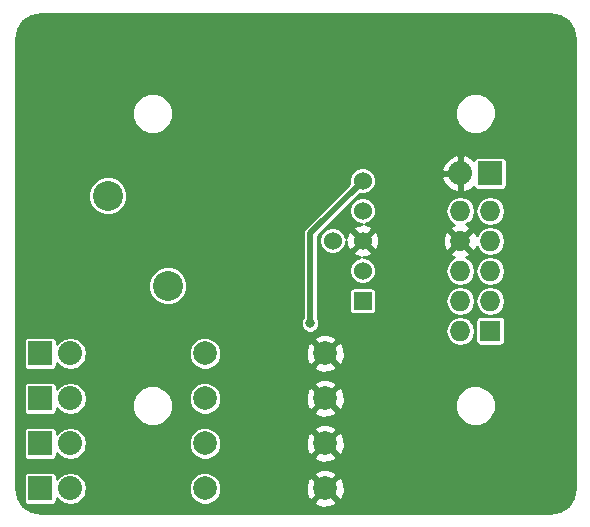
<source format=gbl>
G04 #@! TF.FileFunction,Copper,L2,Bot,Signal*
%FSLAX46Y46*%
G04 Gerber Fmt 4.6, Leading zero omitted, Abs format (unit mm)*
G04 Created by KiCad (PCBNEW 4.0.1-stable) date 3/24/2016 2:30:21 AM*
%MOMM*%
G01*
G04 APERTURE LIST*
%ADD10C,0.200000*%
%ADD11C,1.524000*%
%ADD12R,1.524000X1.524000*%
%ADD13C,2.540000*%
%ADD14R,2.032000X2.032000*%
%ADD15O,2.032000X2.032000*%
%ADD16R,1.727200X1.727200*%
%ADD17O,1.727200X1.727200*%
%ADD18C,1.727200*%
%ADD19C,1.998980*%
%ADD20C,0.800000*%
%ADD21C,0.508000*%
%ADD22C,0.254000*%
G04 APERTURE END LIST*
D10*
D11*
X154305000Y-95885000D03*
D12*
X156845000Y-100965000D03*
D11*
X156845000Y-98425000D03*
X156845000Y-95885000D03*
X156845000Y-93345000D03*
X156845000Y-90805000D03*
D13*
X135255000Y-92075000D03*
X140335000Y-99695000D03*
D14*
X129540000Y-116840000D03*
D15*
X132080000Y-116840000D03*
D14*
X129540000Y-113030000D03*
D15*
X132080000Y-113030000D03*
D14*
X129540000Y-109220000D03*
D15*
X132080000Y-109220000D03*
D14*
X129540000Y-105410000D03*
D15*
X132080000Y-105410000D03*
D16*
X167640000Y-103505000D03*
D17*
X165100000Y-103505000D03*
X167640000Y-100965000D03*
X165100000Y-100965000D03*
X167640000Y-98425000D03*
X165100000Y-98425000D03*
X167640000Y-95885000D03*
D18*
X165100000Y-95885000D02*
X165100000Y-95885000D01*
D17*
X167640000Y-93345000D03*
X165100000Y-93345000D03*
D14*
X167640000Y-90170000D03*
D15*
X165100000Y-90170000D03*
D19*
X143510000Y-116840000D03*
X153670000Y-116840000D03*
X143510000Y-113030000D03*
X153670000Y-113030000D03*
X143510000Y-109220000D03*
X153670000Y-109220000D03*
X143510000Y-105410000D03*
X153670000Y-105410000D03*
D20*
X163830000Y-105410000D03*
X152400000Y-102870000D03*
D21*
X152400000Y-102304315D02*
X152400000Y-102870000D01*
X156845000Y-90805000D02*
X152400000Y-95250000D01*
X152400000Y-95250000D02*
X152400000Y-102304315D01*
D22*
G36*
X173514094Y-76822888D02*
X174187293Y-77272707D01*
X174637112Y-77945906D01*
X174804000Y-78784911D01*
X174804000Y-116795089D01*
X174637112Y-117634094D01*
X174187293Y-118307293D01*
X173514094Y-118757112D01*
X172675089Y-118924000D01*
X129584911Y-118924000D01*
X128745906Y-118757112D01*
X128072707Y-118307293D01*
X127622888Y-117634094D01*
X127456000Y-116795089D01*
X127456000Y-115824000D01*
X128135536Y-115824000D01*
X128135536Y-117856000D01*
X128162103Y-117997190D01*
X128245546Y-118126865D01*
X128372866Y-118213859D01*
X128524000Y-118244464D01*
X130556000Y-118244464D01*
X130697190Y-118217897D01*
X130826865Y-118134454D01*
X130913859Y-118007134D01*
X130944464Y-117856000D01*
X130944464Y-117647728D01*
X131064803Y-117827828D01*
X131518022Y-118130660D01*
X132052631Y-118237000D01*
X132107369Y-118237000D01*
X132641978Y-118130660D01*
X133095197Y-117827828D01*
X133398029Y-117374609D01*
X133449988Y-117113392D01*
X142129271Y-117113392D01*
X142338995Y-117620963D01*
X142726994Y-118009640D01*
X143234199Y-118220249D01*
X143783392Y-118220729D01*
X144290963Y-118011005D01*
X144309837Y-117992163D01*
X152697443Y-117992163D01*
X152796042Y-118258965D01*
X153405582Y-118485401D01*
X154055377Y-118461341D01*
X154543958Y-118258965D01*
X154642557Y-117992163D01*
X153670000Y-117019605D01*
X152697443Y-117992163D01*
X144309837Y-117992163D01*
X144679640Y-117623006D01*
X144890249Y-117115801D01*
X144890721Y-116575582D01*
X152024599Y-116575582D01*
X152048659Y-117225377D01*
X152251035Y-117713958D01*
X152517837Y-117812557D01*
X153490395Y-116840000D01*
X153849605Y-116840000D01*
X154822163Y-117812557D01*
X155088965Y-117713958D01*
X155315401Y-117104418D01*
X155291341Y-116454623D01*
X155088965Y-115966042D01*
X154822163Y-115867443D01*
X153849605Y-116840000D01*
X153490395Y-116840000D01*
X152517837Y-115867443D01*
X152251035Y-115966042D01*
X152024599Y-116575582D01*
X144890721Y-116575582D01*
X144890729Y-116566608D01*
X144681005Y-116059037D01*
X144310453Y-115687837D01*
X152697443Y-115687837D01*
X153670000Y-116660395D01*
X154642557Y-115687837D01*
X154543958Y-115421035D01*
X153934418Y-115194599D01*
X153284623Y-115218659D01*
X152796042Y-115421035D01*
X152697443Y-115687837D01*
X144310453Y-115687837D01*
X144293006Y-115670360D01*
X143785801Y-115459751D01*
X143236608Y-115459271D01*
X142729037Y-115668995D01*
X142340360Y-116056994D01*
X142129751Y-116564199D01*
X142129271Y-117113392D01*
X133449988Y-117113392D01*
X133504369Y-116840000D01*
X133398029Y-116305391D01*
X133095197Y-115852172D01*
X132641978Y-115549340D01*
X132107369Y-115443000D01*
X132052631Y-115443000D01*
X131518022Y-115549340D01*
X131064803Y-115852172D01*
X130944464Y-116032272D01*
X130944464Y-115824000D01*
X130917897Y-115682810D01*
X130834454Y-115553135D01*
X130707134Y-115466141D01*
X130556000Y-115435536D01*
X128524000Y-115435536D01*
X128382810Y-115462103D01*
X128253135Y-115545546D01*
X128166141Y-115672866D01*
X128135536Y-115824000D01*
X127456000Y-115824000D01*
X127456000Y-112014000D01*
X128135536Y-112014000D01*
X128135536Y-114046000D01*
X128162103Y-114187190D01*
X128245546Y-114316865D01*
X128372866Y-114403859D01*
X128524000Y-114434464D01*
X130556000Y-114434464D01*
X130697190Y-114407897D01*
X130826865Y-114324454D01*
X130913859Y-114197134D01*
X130944464Y-114046000D01*
X130944464Y-113837728D01*
X131064803Y-114017828D01*
X131518022Y-114320660D01*
X132052631Y-114427000D01*
X132107369Y-114427000D01*
X132641978Y-114320660D01*
X133095197Y-114017828D01*
X133398029Y-113564609D01*
X133449988Y-113303392D01*
X142129271Y-113303392D01*
X142338995Y-113810963D01*
X142726994Y-114199640D01*
X143234199Y-114410249D01*
X143783392Y-114410729D01*
X144290963Y-114201005D01*
X144309837Y-114182163D01*
X152697443Y-114182163D01*
X152796042Y-114448965D01*
X153405582Y-114675401D01*
X154055377Y-114651341D01*
X154543958Y-114448965D01*
X154642557Y-114182163D01*
X153670000Y-113209605D01*
X152697443Y-114182163D01*
X144309837Y-114182163D01*
X144679640Y-113813006D01*
X144890249Y-113305801D01*
X144890721Y-112765582D01*
X152024599Y-112765582D01*
X152048659Y-113415377D01*
X152251035Y-113903958D01*
X152517837Y-114002557D01*
X153490395Y-113030000D01*
X153849605Y-113030000D01*
X154822163Y-114002557D01*
X155088965Y-113903958D01*
X155315401Y-113294418D01*
X155291341Y-112644623D01*
X155088965Y-112156042D01*
X154822163Y-112057443D01*
X153849605Y-113030000D01*
X153490395Y-113030000D01*
X152517837Y-112057443D01*
X152251035Y-112156042D01*
X152024599Y-112765582D01*
X144890721Y-112765582D01*
X144890729Y-112756608D01*
X144681005Y-112249037D01*
X144310453Y-111877837D01*
X152697443Y-111877837D01*
X153670000Y-112850395D01*
X154642557Y-111877837D01*
X154543958Y-111611035D01*
X153934418Y-111384599D01*
X153284623Y-111408659D01*
X152796042Y-111611035D01*
X152697443Y-111877837D01*
X144310453Y-111877837D01*
X144293006Y-111860360D01*
X143785801Y-111649751D01*
X143236608Y-111649271D01*
X142729037Y-111858995D01*
X142340360Y-112246994D01*
X142129751Y-112754199D01*
X142129271Y-113303392D01*
X133449988Y-113303392D01*
X133504369Y-113030000D01*
X133398029Y-112495391D01*
X133095197Y-112042172D01*
X132641978Y-111739340D01*
X132107369Y-111633000D01*
X132052631Y-111633000D01*
X131518022Y-111739340D01*
X131064803Y-112042172D01*
X130944464Y-112222272D01*
X130944464Y-112014000D01*
X130917897Y-111872810D01*
X130834454Y-111743135D01*
X130707134Y-111656141D01*
X130556000Y-111625536D01*
X128524000Y-111625536D01*
X128382810Y-111652103D01*
X128253135Y-111735546D01*
X128166141Y-111862866D01*
X128135536Y-112014000D01*
X127456000Y-112014000D01*
X127456000Y-108204000D01*
X128135536Y-108204000D01*
X128135536Y-110236000D01*
X128162103Y-110377190D01*
X128245546Y-110506865D01*
X128372866Y-110593859D01*
X128524000Y-110624464D01*
X130556000Y-110624464D01*
X130697190Y-110597897D01*
X130826865Y-110514454D01*
X130913859Y-110387134D01*
X130944464Y-110236000D01*
X130944464Y-110027728D01*
X131064803Y-110207828D01*
X131518022Y-110510660D01*
X132052631Y-110617000D01*
X132107369Y-110617000D01*
X132641978Y-110510660D01*
X133095197Y-110207828D01*
X133101892Y-110197807D01*
X137333700Y-110197807D01*
X137596674Y-110834252D01*
X138083187Y-111321614D01*
X138719172Y-111585699D01*
X139407807Y-111586300D01*
X140044252Y-111323326D01*
X140531614Y-110836813D01*
X140795699Y-110200828D01*
X140796300Y-109512193D01*
X140788532Y-109493392D01*
X142129271Y-109493392D01*
X142338995Y-110000963D01*
X142726994Y-110389640D01*
X143234199Y-110600249D01*
X143783392Y-110600729D01*
X144290963Y-110391005D01*
X144309837Y-110372163D01*
X152697443Y-110372163D01*
X152796042Y-110638965D01*
X153405582Y-110865401D01*
X154055377Y-110841341D01*
X154543958Y-110638965D01*
X154642557Y-110372163D01*
X154468202Y-110197807D01*
X164638700Y-110197807D01*
X164901674Y-110834252D01*
X165388187Y-111321614D01*
X166024172Y-111585699D01*
X166712807Y-111586300D01*
X167349252Y-111323326D01*
X167836614Y-110836813D01*
X168100699Y-110200828D01*
X168101300Y-109512193D01*
X167838326Y-108875748D01*
X167351813Y-108388386D01*
X166715828Y-108124301D01*
X166027193Y-108123700D01*
X165390748Y-108386674D01*
X164903386Y-108873187D01*
X164639301Y-109509172D01*
X164638700Y-110197807D01*
X154468202Y-110197807D01*
X153670000Y-109399605D01*
X152697443Y-110372163D01*
X144309837Y-110372163D01*
X144679640Y-110003006D01*
X144890249Y-109495801D01*
X144890721Y-108955582D01*
X152024599Y-108955582D01*
X152048659Y-109605377D01*
X152251035Y-110093958D01*
X152517837Y-110192557D01*
X153490395Y-109220000D01*
X153849605Y-109220000D01*
X154822163Y-110192557D01*
X155088965Y-110093958D01*
X155315401Y-109484418D01*
X155291341Y-108834623D01*
X155088965Y-108346042D01*
X154822163Y-108247443D01*
X153849605Y-109220000D01*
X153490395Y-109220000D01*
X152517837Y-108247443D01*
X152251035Y-108346042D01*
X152024599Y-108955582D01*
X144890721Y-108955582D01*
X144890729Y-108946608D01*
X144681005Y-108439037D01*
X144310453Y-108067837D01*
X152697443Y-108067837D01*
X153670000Y-109040395D01*
X154642557Y-108067837D01*
X154543958Y-107801035D01*
X153934418Y-107574599D01*
X153284623Y-107598659D01*
X152796042Y-107801035D01*
X152697443Y-108067837D01*
X144310453Y-108067837D01*
X144293006Y-108050360D01*
X143785801Y-107839751D01*
X143236608Y-107839271D01*
X142729037Y-108048995D01*
X142340360Y-108436994D01*
X142129751Y-108944199D01*
X142129271Y-109493392D01*
X140788532Y-109493392D01*
X140533326Y-108875748D01*
X140046813Y-108388386D01*
X139410828Y-108124301D01*
X138722193Y-108123700D01*
X138085748Y-108386674D01*
X137598386Y-108873187D01*
X137334301Y-109509172D01*
X137333700Y-110197807D01*
X133101892Y-110197807D01*
X133398029Y-109754609D01*
X133504369Y-109220000D01*
X133398029Y-108685391D01*
X133095197Y-108232172D01*
X132641978Y-107929340D01*
X132107369Y-107823000D01*
X132052631Y-107823000D01*
X131518022Y-107929340D01*
X131064803Y-108232172D01*
X130944464Y-108412272D01*
X130944464Y-108204000D01*
X130917897Y-108062810D01*
X130834454Y-107933135D01*
X130707134Y-107846141D01*
X130556000Y-107815536D01*
X128524000Y-107815536D01*
X128382810Y-107842103D01*
X128253135Y-107925546D01*
X128166141Y-108052866D01*
X128135536Y-108204000D01*
X127456000Y-108204000D01*
X127456000Y-104394000D01*
X128135536Y-104394000D01*
X128135536Y-106426000D01*
X128162103Y-106567190D01*
X128245546Y-106696865D01*
X128372866Y-106783859D01*
X128524000Y-106814464D01*
X130556000Y-106814464D01*
X130697190Y-106787897D01*
X130826865Y-106704454D01*
X130913859Y-106577134D01*
X130944464Y-106426000D01*
X130944464Y-106217728D01*
X131064803Y-106397828D01*
X131518022Y-106700660D01*
X132052631Y-106807000D01*
X132107369Y-106807000D01*
X132641978Y-106700660D01*
X133095197Y-106397828D01*
X133398029Y-105944609D01*
X133449988Y-105683392D01*
X142129271Y-105683392D01*
X142338995Y-106190963D01*
X142726994Y-106579640D01*
X143234199Y-106790249D01*
X143783392Y-106790729D01*
X144290963Y-106581005D01*
X144309837Y-106562163D01*
X152697443Y-106562163D01*
X152796042Y-106828965D01*
X153405582Y-107055401D01*
X154055377Y-107031341D01*
X154543958Y-106828965D01*
X154642557Y-106562163D01*
X153670000Y-105589605D01*
X152697443Y-106562163D01*
X144309837Y-106562163D01*
X144679640Y-106193006D01*
X144890249Y-105685801D01*
X144890721Y-105145582D01*
X152024599Y-105145582D01*
X152048659Y-105795377D01*
X152251035Y-106283958D01*
X152517837Y-106382557D01*
X153490395Y-105410000D01*
X153849605Y-105410000D01*
X154822163Y-106382557D01*
X155088965Y-106283958D01*
X155315401Y-105674418D01*
X155291341Y-105024623D01*
X155088965Y-104536042D01*
X154822163Y-104437443D01*
X153849605Y-105410000D01*
X153490395Y-105410000D01*
X152517837Y-104437443D01*
X152251035Y-104536042D01*
X152024599Y-105145582D01*
X144890721Y-105145582D01*
X144890729Y-105136608D01*
X144681005Y-104629037D01*
X144310453Y-104257837D01*
X152697443Y-104257837D01*
X153670000Y-105230395D01*
X154642557Y-104257837D01*
X154543958Y-103991035D01*
X153934418Y-103764599D01*
X153284623Y-103788659D01*
X152796042Y-103991035D01*
X152697443Y-104257837D01*
X144310453Y-104257837D01*
X144293006Y-104240360D01*
X143785801Y-104029751D01*
X143236608Y-104029271D01*
X142729037Y-104238995D01*
X142340360Y-104626994D01*
X142129751Y-105134199D01*
X142129271Y-105683392D01*
X133449988Y-105683392D01*
X133504369Y-105410000D01*
X133398029Y-104875391D01*
X133095197Y-104422172D01*
X132641978Y-104119340D01*
X132107369Y-104013000D01*
X132052631Y-104013000D01*
X131518022Y-104119340D01*
X131064803Y-104422172D01*
X130944464Y-104602272D01*
X130944464Y-104394000D01*
X130917897Y-104252810D01*
X130834454Y-104123135D01*
X130707134Y-104036141D01*
X130556000Y-104005536D01*
X128524000Y-104005536D01*
X128382810Y-104032103D01*
X128253135Y-104115546D01*
X128166141Y-104242866D01*
X128135536Y-104394000D01*
X127456000Y-104394000D01*
X127456000Y-103024669D01*
X151618864Y-103024669D01*
X151737514Y-103311823D01*
X151957021Y-103531714D01*
X152243968Y-103650864D01*
X152554669Y-103651136D01*
X152841823Y-103532486D01*
X152893782Y-103480617D01*
X163855400Y-103480617D01*
X163855400Y-103529383D01*
X163950140Y-104005671D01*
X164219935Y-104409448D01*
X164623712Y-104679243D01*
X165100000Y-104773983D01*
X165576288Y-104679243D01*
X165980065Y-104409448D01*
X166249860Y-104005671D01*
X166344600Y-103529383D01*
X166344600Y-103480617D01*
X166249860Y-103004329D01*
X166007359Y-102641400D01*
X166387936Y-102641400D01*
X166387936Y-104368600D01*
X166414503Y-104509790D01*
X166497946Y-104639465D01*
X166625266Y-104726459D01*
X166776400Y-104757064D01*
X168503600Y-104757064D01*
X168644790Y-104730497D01*
X168774465Y-104647054D01*
X168861459Y-104519734D01*
X168892064Y-104368600D01*
X168892064Y-102641400D01*
X168865497Y-102500210D01*
X168782054Y-102370535D01*
X168654734Y-102283541D01*
X168503600Y-102252936D01*
X166776400Y-102252936D01*
X166635210Y-102279503D01*
X166505535Y-102362946D01*
X166418541Y-102490266D01*
X166387936Y-102641400D01*
X166007359Y-102641400D01*
X165980065Y-102600552D01*
X165576288Y-102330757D01*
X165100000Y-102236017D01*
X164623712Y-102330757D01*
X164219935Y-102600552D01*
X163950140Y-103004329D01*
X163855400Y-103480617D01*
X152893782Y-103480617D01*
X153061714Y-103312979D01*
X153180864Y-103026032D01*
X153181136Y-102715331D01*
X153062486Y-102428177D01*
X153035000Y-102400643D01*
X153035000Y-100203000D01*
X155694536Y-100203000D01*
X155694536Y-101727000D01*
X155721103Y-101868190D01*
X155804546Y-101997865D01*
X155931866Y-102084859D01*
X156083000Y-102115464D01*
X157607000Y-102115464D01*
X157748190Y-102088897D01*
X157877865Y-102005454D01*
X157964859Y-101878134D01*
X157995464Y-101727000D01*
X157995464Y-100940617D01*
X163855400Y-100940617D01*
X163855400Y-100989383D01*
X163950140Y-101465671D01*
X164219935Y-101869448D01*
X164623712Y-102139243D01*
X165100000Y-102233983D01*
X165576288Y-102139243D01*
X165980065Y-101869448D01*
X166249860Y-101465671D01*
X166344600Y-100989383D01*
X166344600Y-100940617D01*
X166395400Y-100940617D01*
X166395400Y-100989383D01*
X166490140Y-101465671D01*
X166759935Y-101869448D01*
X167163712Y-102139243D01*
X167640000Y-102233983D01*
X168116288Y-102139243D01*
X168520065Y-101869448D01*
X168789860Y-101465671D01*
X168884600Y-100989383D01*
X168884600Y-100940617D01*
X168789860Y-100464329D01*
X168520065Y-100060552D01*
X168116288Y-99790757D01*
X167640000Y-99696017D01*
X167163712Y-99790757D01*
X166759935Y-100060552D01*
X166490140Y-100464329D01*
X166395400Y-100940617D01*
X166344600Y-100940617D01*
X166249860Y-100464329D01*
X165980065Y-100060552D01*
X165576288Y-99790757D01*
X165100000Y-99696017D01*
X164623712Y-99790757D01*
X164219935Y-100060552D01*
X163950140Y-100464329D01*
X163855400Y-100940617D01*
X157995464Y-100940617D01*
X157995464Y-100203000D01*
X157968897Y-100061810D01*
X157885454Y-99932135D01*
X157758134Y-99845141D01*
X157607000Y-99814536D01*
X156083000Y-99814536D01*
X155941810Y-99841103D01*
X155812135Y-99924546D01*
X155725141Y-100051866D01*
X155694536Y-100203000D01*
X153035000Y-100203000D01*
X153035000Y-98651359D01*
X155701802Y-98651359D01*
X155875446Y-99071612D01*
X156196697Y-99393423D01*
X156616646Y-99567801D01*
X157071359Y-99568198D01*
X157491612Y-99394554D01*
X157813423Y-99073303D01*
X157987801Y-98653354D01*
X157988021Y-98400617D01*
X163855400Y-98400617D01*
X163855400Y-98449383D01*
X163950140Y-98925671D01*
X164219935Y-99329448D01*
X164623712Y-99599243D01*
X165100000Y-99693983D01*
X165576288Y-99599243D01*
X165980065Y-99329448D01*
X166249860Y-98925671D01*
X166344600Y-98449383D01*
X166344600Y-98400617D01*
X166395400Y-98400617D01*
X166395400Y-98449383D01*
X166490140Y-98925671D01*
X166759935Y-99329448D01*
X167163712Y-99599243D01*
X167640000Y-99693983D01*
X168116288Y-99599243D01*
X168520065Y-99329448D01*
X168789860Y-98925671D01*
X168884600Y-98449383D01*
X168884600Y-98400617D01*
X168789860Y-97924329D01*
X168520065Y-97520552D01*
X168116288Y-97250757D01*
X167640000Y-97156017D01*
X167163712Y-97250757D01*
X166759935Y-97520552D01*
X166490140Y-97924329D01*
X166395400Y-98400617D01*
X166344600Y-98400617D01*
X166249860Y-97924329D01*
X165980065Y-97520552D01*
X165600539Y-97266961D01*
X165874947Y-97167688D01*
X165953810Y-96918415D01*
X165100000Y-96064605D01*
X164246652Y-96917954D01*
X164325059Y-97167680D01*
X164586169Y-97275842D01*
X164219935Y-97520552D01*
X163950140Y-97924329D01*
X163855400Y-98400617D01*
X157988021Y-98400617D01*
X157988198Y-98198641D01*
X157814554Y-97778388D01*
X157493303Y-97456577D01*
X157073354Y-97282199D01*
X156879340Y-97282030D01*
X157192368Y-97266362D01*
X157576143Y-97107397D01*
X157645608Y-96865213D01*
X156845000Y-96064605D01*
X156044392Y-96865213D01*
X156113857Y-97107397D01*
X156611258Y-97284852D01*
X156198388Y-97455446D01*
X155876577Y-97776697D01*
X155702199Y-98196646D01*
X155701802Y-98651359D01*
X153035000Y-98651359D01*
X153035000Y-96111359D01*
X153161802Y-96111359D01*
X153335446Y-96531612D01*
X153656697Y-96853423D01*
X154076646Y-97027801D01*
X154531359Y-97028198D01*
X154951612Y-96854554D01*
X155273423Y-96533303D01*
X155447801Y-96113354D01*
X155447970Y-95919340D01*
X155463638Y-96232368D01*
X155622603Y-96616143D01*
X155864787Y-96685608D01*
X156665395Y-95885000D01*
X157024605Y-95885000D01*
X157825213Y-96685608D01*
X158067397Y-96616143D01*
X158254144Y-96092698D01*
X158232483Y-95659906D01*
X163618391Y-95659906D01*
X163645032Y-96244027D01*
X163817320Y-96659941D01*
X164067046Y-96738348D01*
X164920395Y-95885000D01*
X165279605Y-95885000D01*
X166133415Y-96738810D01*
X166382688Y-96659947D01*
X166487221Y-96370998D01*
X166490140Y-96385671D01*
X166759935Y-96789448D01*
X167163712Y-97059243D01*
X167640000Y-97153983D01*
X168116288Y-97059243D01*
X168520065Y-96789448D01*
X168789860Y-96385671D01*
X168884600Y-95909383D01*
X168884600Y-95860617D01*
X168789860Y-95384329D01*
X168520065Y-94980552D01*
X168116288Y-94710757D01*
X167640000Y-94616017D01*
X167163712Y-94710757D01*
X166759935Y-94980552D01*
X166493939Y-95378644D01*
X166382680Y-95110059D01*
X166132954Y-95031652D01*
X165279605Y-95885000D01*
X164920395Y-95885000D01*
X164066585Y-95031190D01*
X163817312Y-95110053D01*
X163618391Y-95659906D01*
X158232483Y-95659906D01*
X158226362Y-95537632D01*
X158067397Y-95153857D01*
X157825213Y-95084392D01*
X157024605Y-95885000D01*
X156665395Y-95885000D01*
X155864787Y-95084392D01*
X155622603Y-95153857D01*
X155445148Y-95651258D01*
X155274554Y-95238388D01*
X154953303Y-94916577D01*
X154533354Y-94742199D01*
X154078641Y-94741802D01*
X153658388Y-94915446D01*
X153336577Y-95236697D01*
X153162199Y-95656646D01*
X153161802Y-96111359D01*
X153035000Y-96111359D01*
X153035000Y-95513026D01*
X154976667Y-93571359D01*
X155701802Y-93571359D01*
X155875446Y-93991612D01*
X156196697Y-94313423D01*
X156616646Y-94487801D01*
X156810660Y-94487970D01*
X156497632Y-94503638D01*
X156113857Y-94662603D01*
X156044392Y-94904787D01*
X156845000Y-95705395D01*
X157645608Y-94904787D01*
X157576143Y-94662603D01*
X157078742Y-94485148D01*
X157491612Y-94314554D01*
X157813423Y-93993303D01*
X157987801Y-93573354D01*
X157988021Y-93320617D01*
X163855400Y-93320617D01*
X163855400Y-93369383D01*
X163950140Y-93845671D01*
X164219935Y-94249448D01*
X164599461Y-94503039D01*
X164325053Y-94602312D01*
X164246190Y-94851585D01*
X165100000Y-95705395D01*
X165953348Y-94852046D01*
X165874941Y-94602320D01*
X165613831Y-94494158D01*
X165980065Y-94249448D01*
X166249860Y-93845671D01*
X166344600Y-93369383D01*
X166344600Y-93320617D01*
X166395400Y-93320617D01*
X166395400Y-93369383D01*
X166490140Y-93845671D01*
X166759935Y-94249448D01*
X167163712Y-94519243D01*
X167640000Y-94613983D01*
X168116288Y-94519243D01*
X168520065Y-94249448D01*
X168789860Y-93845671D01*
X168884600Y-93369383D01*
X168884600Y-93320617D01*
X168789860Y-92844329D01*
X168520065Y-92440552D01*
X168116288Y-92170757D01*
X167640000Y-92076017D01*
X167163712Y-92170757D01*
X166759935Y-92440552D01*
X166490140Y-92844329D01*
X166395400Y-93320617D01*
X166344600Y-93320617D01*
X166249860Y-92844329D01*
X165980065Y-92440552D01*
X165576288Y-92170757D01*
X165100000Y-92076017D01*
X164623712Y-92170757D01*
X164219935Y-92440552D01*
X163950140Y-92844329D01*
X163855400Y-93320617D01*
X157988021Y-93320617D01*
X157988198Y-93118641D01*
X157814554Y-92698388D01*
X157493303Y-92376577D01*
X157073354Y-92202199D01*
X156618641Y-92201802D01*
X156198388Y-92375446D01*
X155876577Y-92696697D01*
X155702199Y-93116646D01*
X155701802Y-93571359D01*
X154976667Y-93571359D01*
X156605043Y-91942983D01*
X156616646Y-91947801D01*
X157071359Y-91948198D01*
X157491612Y-91774554D01*
X157813423Y-91453303D01*
X157987801Y-91033354D01*
X157988198Y-90578641D01*
X157977581Y-90552944D01*
X163494025Y-90552944D01*
X163693615Y-91034818D01*
X164131621Y-91507188D01*
X164717054Y-91775983D01*
X164973000Y-91657367D01*
X164973000Y-90297000D01*
X163613164Y-90297000D01*
X163494025Y-90552944D01*
X157977581Y-90552944D01*
X157814554Y-90158388D01*
X157493303Y-89836577D01*
X157374044Y-89787056D01*
X163494025Y-89787056D01*
X163613164Y-90043000D01*
X164973000Y-90043000D01*
X164973000Y-88682633D01*
X165227000Y-88682633D01*
X165227000Y-90043000D01*
X165247000Y-90043000D01*
X165247000Y-90297000D01*
X165227000Y-90297000D01*
X165227000Y-91657367D01*
X165482946Y-91775983D01*
X166068379Y-91507188D01*
X166257579Y-91303145D01*
X166262103Y-91327190D01*
X166345546Y-91456865D01*
X166472866Y-91543859D01*
X166624000Y-91574464D01*
X168656000Y-91574464D01*
X168797190Y-91547897D01*
X168926865Y-91464454D01*
X169013859Y-91337134D01*
X169044464Y-91186000D01*
X169044464Y-89154000D01*
X169017897Y-89012810D01*
X168934454Y-88883135D01*
X168807134Y-88796141D01*
X168656000Y-88765536D01*
X166624000Y-88765536D01*
X166482810Y-88792103D01*
X166353135Y-88875546D01*
X166266141Y-89002866D01*
X166258957Y-89038342D01*
X166068379Y-88832812D01*
X165482946Y-88564017D01*
X165227000Y-88682633D01*
X164973000Y-88682633D01*
X164717054Y-88564017D01*
X164131621Y-88832812D01*
X163693615Y-89305182D01*
X163494025Y-89787056D01*
X157374044Y-89787056D01*
X157073354Y-89662199D01*
X156618641Y-89661802D01*
X156198388Y-89835446D01*
X155876577Y-90156697D01*
X155702199Y-90576646D01*
X155701802Y-91031359D01*
X155707303Y-91044671D01*
X151950987Y-94800987D01*
X151813336Y-95006996D01*
X151765000Y-95250000D01*
X151765000Y-102400354D01*
X151738286Y-102427021D01*
X151619136Y-102713968D01*
X151618864Y-103024669D01*
X127456000Y-103024669D01*
X127456000Y-100021963D01*
X138683714Y-100021963D01*
X138934534Y-100628995D01*
X139398563Y-101093834D01*
X140005155Y-101345713D01*
X140661963Y-101346286D01*
X141268995Y-101095466D01*
X141733834Y-100631437D01*
X141985713Y-100024845D01*
X141986286Y-99368037D01*
X141735466Y-98761005D01*
X141271437Y-98296166D01*
X140664845Y-98044287D01*
X140008037Y-98043714D01*
X139401005Y-98294534D01*
X138936166Y-98758563D01*
X138684287Y-99365155D01*
X138683714Y-100021963D01*
X127456000Y-100021963D01*
X127456000Y-92401963D01*
X133603714Y-92401963D01*
X133854534Y-93008995D01*
X134318563Y-93473834D01*
X134925155Y-93725713D01*
X135581963Y-93726286D01*
X136188995Y-93475466D01*
X136653834Y-93011437D01*
X136905713Y-92404845D01*
X136906286Y-91748037D01*
X136655466Y-91141005D01*
X136191437Y-90676166D01*
X135584845Y-90424287D01*
X134928037Y-90423714D01*
X134321005Y-90674534D01*
X133856166Y-91138563D01*
X133604287Y-91745155D01*
X133603714Y-92401963D01*
X127456000Y-92401963D01*
X127456000Y-85432807D01*
X137333700Y-85432807D01*
X137596674Y-86069252D01*
X138083187Y-86556614D01*
X138719172Y-86820699D01*
X139407807Y-86821300D01*
X140044252Y-86558326D01*
X140531614Y-86071813D01*
X140795699Y-85435828D01*
X140795701Y-85432807D01*
X164638700Y-85432807D01*
X164901674Y-86069252D01*
X165388187Y-86556614D01*
X166024172Y-86820699D01*
X166712807Y-86821300D01*
X167349252Y-86558326D01*
X167836614Y-86071813D01*
X168100699Y-85435828D01*
X168101300Y-84747193D01*
X167838326Y-84110748D01*
X167351813Y-83623386D01*
X166715828Y-83359301D01*
X166027193Y-83358700D01*
X165390748Y-83621674D01*
X164903386Y-84108187D01*
X164639301Y-84744172D01*
X164638700Y-85432807D01*
X140795701Y-85432807D01*
X140796300Y-84747193D01*
X140533326Y-84110748D01*
X140046813Y-83623386D01*
X139410828Y-83359301D01*
X138722193Y-83358700D01*
X138085748Y-83621674D01*
X137598386Y-84108187D01*
X137334301Y-84744172D01*
X137333700Y-85432807D01*
X127456000Y-85432807D01*
X127456000Y-78784911D01*
X127622888Y-77945906D01*
X128072707Y-77272707D01*
X128745906Y-76822888D01*
X129584911Y-76656000D01*
X172675089Y-76656000D01*
X173514094Y-76822888D01*
X173514094Y-76822888D01*
G37*
X173514094Y-76822888D02*
X174187293Y-77272707D01*
X174637112Y-77945906D01*
X174804000Y-78784911D01*
X174804000Y-116795089D01*
X174637112Y-117634094D01*
X174187293Y-118307293D01*
X173514094Y-118757112D01*
X172675089Y-118924000D01*
X129584911Y-118924000D01*
X128745906Y-118757112D01*
X128072707Y-118307293D01*
X127622888Y-117634094D01*
X127456000Y-116795089D01*
X127456000Y-115824000D01*
X128135536Y-115824000D01*
X128135536Y-117856000D01*
X128162103Y-117997190D01*
X128245546Y-118126865D01*
X128372866Y-118213859D01*
X128524000Y-118244464D01*
X130556000Y-118244464D01*
X130697190Y-118217897D01*
X130826865Y-118134454D01*
X130913859Y-118007134D01*
X130944464Y-117856000D01*
X130944464Y-117647728D01*
X131064803Y-117827828D01*
X131518022Y-118130660D01*
X132052631Y-118237000D01*
X132107369Y-118237000D01*
X132641978Y-118130660D01*
X133095197Y-117827828D01*
X133398029Y-117374609D01*
X133449988Y-117113392D01*
X142129271Y-117113392D01*
X142338995Y-117620963D01*
X142726994Y-118009640D01*
X143234199Y-118220249D01*
X143783392Y-118220729D01*
X144290963Y-118011005D01*
X144309837Y-117992163D01*
X152697443Y-117992163D01*
X152796042Y-118258965D01*
X153405582Y-118485401D01*
X154055377Y-118461341D01*
X154543958Y-118258965D01*
X154642557Y-117992163D01*
X153670000Y-117019605D01*
X152697443Y-117992163D01*
X144309837Y-117992163D01*
X144679640Y-117623006D01*
X144890249Y-117115801D01*
X144890721Y-116575582D01*
X152024599Y-116575582D01*
X152048659Y-117225377D01*
X152251035Y-117713958D01*
X152517837Y-117812557D01*
X153490395Y-116840000D01*
X153849605Y-116840000D01*
X154822163Y-117812557D01*
X155088965Y-117713958D01*
X155315401Y-117104418D01*
X155291341Y-116454623D01*
X155088965Y-115966042D01*
X154822163Y-115867443D01*
X153849605Y-116840000D01*
X153490395Y-116840000D01*
X152517837Y-115867443D01*
X152251035Y-115966042D01*
X152024599Y-116575582D01*
X144890721Y-116575582D01*
X144890729Y-116566608D01*
X144681005Y-116059037D01*
X144310453Y-115687837D01*
X152697443Y-115687837D01*
X153670000Y-116660395D01*
X154642557Y-115687837D01*
X154543958Y-115421035D01*
X153934418Y-115194599D01*
X153284623Y-115218659D01*
X152796042Y-115421035D01*
X152697443Y-115687837D01*
X144310453Y-115687837D01*
X144293006Y-115670360D01*
X143785801Y-115459751D01*
X143236608Y-115459271D01*
X142729037Y-115668995D01*
X142340360Y-116056994D01*
X142129751Y-116564199D01*
X142129271Y-117113392D01*
X133449988Y-117113392D01*
X133504369Y-116840000D01*
X133398029Y-116305391D01*
X133095197Y-115852172D01*
X132641978Y-115549340D01*
X132107369Y-115443000D01*
X132052631Y-115443000D01*
X131518022Y-115549340D01*
X131064803Y-115852172D01*
X130944464Y-116032272D01*
X130944464Y-115824000D01*
X130917897Y-115682810D01*
X130834454Y-115553135D01*
X130707134Y-115466141D01*
X130556000Y-115435536D01*
X128524000Y-115435536D01*
X128382810Y-115462103D01*
X128253135Y-115545546D01*
X128166141Y-115672866D01*
X128135536Y-115824000D01*
X127456000Y-115824000D01*
X127456000Y-112014000D01*
X128135536Y-112014000D01*
X128135536Y-114046000D01*
X128162103Y-114187190D01*
X128245546Y-114316865D01*
X128372866Y-114403859D01*
X128524000Y-114434464D01*
X130556000Y-114434464D01*
X130697190Y-114407897D01*
X130826865Y-114324454D01*
X130913859Y-114197134D01*
X130944464Y-114046000D01*
X130944464Y-113837728D01*
X131064803Y-114017828D01*
X131518022Y-114320660D01*
X132052631Y-114427000D01*
X132107369Y-114427000D01*
X132641978Y-114320660D01*
X133095197Y-114017828D01*
X133398029Y-113564609D01*
X133449988Y-113303392D01*
X142129271Y-113303392D01*
X142338995Y-113810963D01*
X142726994Y-114199640D01*
X143234199Y-114410249D01*
X143783392Y-114410729D01*
X144290963Y-114201005D01*
X144309837Y-114182163D01*
X152697443Y-114182163D01*
X152796042Y-114448965D01*
X153405582Y-114675401D01*
X154055377Y-114651341D01*
X154543958Y-114448965D01*
X154642557Y-114182163D01*
X153670000Y-113209605D01*
X152697443Y-114182163D01*
X144309837Y-114182163D01*
X144679640Y-113813006D01*
X144890249Y-113305801D01*
X144890721Y-112765582D01*
X152024599Y-112765582D01*
X152048659Y-113415377D01*
X152251035Y-113903958D01*
X152517837Y-114002557D01*
X153490395Y-113030000D01*
X153849605Y-113030000D01*
X154822163Y-114002557D01*
X155088965Y-113903958D01*
X155315401Y-113294418D01*
X155291341Y-112644623D01*
X155088965Y-112156042D01*
X154822163Y-112057443D01*
X153849605Y-113030000D01*
X153490395Y-113030000D01*
X152517837Y-112057443D01*
X152251035Y-112156042D01*
X152024599Y-112765582D01*
X144890721Y-112765582D01*
X144890729Y-112756608D01*
X144681005Y-112249037D01*
X144310453Y-111877837D01*
X152697443Y-111877837D01*
X153670000Y-112850395D01*
X154642557Y-111877837D01*
X154543958Y-111611035D01*
X153934418Y-111384599D01*
X153284623Y-111408659D01*
X152796042Y-111611035D01*
X152697443Y-111877837D01*
X144310453Y-111877837D01*
X144293006Y-111860360D01*
X143785801Y-111649751D01*
X143236608Y-111649271D01*
X142729037Y-111858995D01*
X142340360Y-112246994D01*
X142129751Y-112754199D01*
X142129271Y-113303392D01*
X133449988Y-113303392D01*
X133504369Y-113030000D01*
X133398029Y-112495391D01*
X133095197Y-112042172D01*
X132641978Y-111739340D01*
X132107369Y-111633000D01*
X132052631Y-111633000D01*
X131518022Y-111739340D01*
X131064803Y-112042172D01*
X130944464Y-112222272D01*
X130944464Y-112014000D01*
X130917897Y-111872810D01*
X130834454Y-111743135D01*
X130707134Y-111656141D01*
X130556000Y-111625536D01*
X128524000Y-111625536D01*
X128382810Y-111652103D01*
X128253135Y-111735546D01*
X128166141Y-111862866D01*
X128135536Y-112014000D01*
X127456000Y-112014000D01*
X127456000Y-108204000D01*
X128135536Y-108204000D01*
X128135536Y-110236000D01*
X128162103Y-110377190D01*
X128245546Y-110506865D01*
X128372866Y-110593859D01*
X128524000Y-110624464D01*
X130556000Y-110624464D01*
X130697190Y-110597897D01*
X130826865Y-110514454D01*
X130913859Y-110387134D01*
X130944464Y-110236000D01*
X130944464Y-110027728D01*
X131064803Y-110207828D01*
X131518022Y-110510660D01*
X132052631Y-110617000D01*
X132107369Y-110617000D01*
X132641978Y-110510660D01*
X133095197Y-110207828D01*
X133101892Y-110197807D01*
X137333700Y-110197807D01*
X137596674Y-110834252D01*
X138083187Y-111321614D01*
X138719172Y-111585699D01*
X139407807Y-111586300D01*
X140044252Y-111323326D01*
X140531614Y-110836813D01*
X140795699Y-110200828D01*
X140796300Y-109512193D01*
X140788532Y-109493392D01*
X142129271Y-109493392D01*
X142338995Y-110000963D01*
X142726994Y-110389640D01*
X143234199Y-110600249D01*
X143783392Y-110600729D01*
X144290963Y-110391005D01*
X144309837Y-110372163D01*
X152697443Y-110372163D01*
X152796042Y-110638965D01*
X153405582Y-110865401D01*
X154055377Y-110841341D01*
X154543958Y-110638965D01*
X154642557Y-110372163D01*
X154468202Y-110197807D01*
X164638700Y-110197807D01*
X164901674Y-110834252D01*
X165388187Y-111321614D01*
X166024172Y-111585699D01*
X166712807Y-111586300D01*
X167349252Y-111323326D01*
X167836614Y-110836813D01*
X168100699Y-110200828D01*
X168101300Y-109512193D01*
X167838326Y-108875748D01*
X167351813Y-108388386D01*
X166715828Y-108124301D01*
X166027193Y-108123700D01*
X165390748Y-108386674D01*
X164903386Y-108873187D01*
X164639301Y-109509172D01*
X164638700Y-110197807D01*
X154468202Y-110197807D01*
X153670000Y-109399605D01*
X152697443Y-110372163D01*
X144309837Y-110372163D01*
X144679640Y-110003006D01*
X144890249Y-109495801D01*
X144890721Y-108955582D01*
X152024599Y-108955582D01*
X152048659Y-109605377D01*
X152251035Y-110093958D01*
X152517837Y-110192557D01*
X153490395Y-109220000D01*
X153849605Y-109220000D01*
X154822163Y-110192557D01*
X155088965Y-110093958D01*
X155315401Y-109484418D01*
X155291341Y-108834623D01*
X155088965Y-108346042D01*
X154822163Y-108247443D01*
X153849605Y-109220000D01*
X153490395Y-109220000D01*
X152517837Y-108247443D01*
X152251035Y-108346042D01*
X152024599Y-108955582D01*
X144890721Y-108955582D01*
X144890729Y-108946608D01*
X144681005Y-108439037D01*
X144310453Y-108067837D01*
X152697443Y-108067837D01*
X153670000Y-109040395D01*
X154642557Y-108067837D01*
X154543958Y-107801035D01*
X153934418Y-107574599D01*
X153284623Y-107598659D01*
X152796042Y-107801035D01*
X152697443Y-108067837D01*
X144310453Y-108067837D01*
X144293006Y-108050360D01*
X143785801Y-107839751D01*
X143236608Y-107839271D01*
X142729037Y-108048995D01*
X142340360Y-108436994D01*
X142129751Y-108944199D01*
X142129271Y-109493392D01*
X140788532Y-109493392D01*
X140533326Y-108875748D01*
X140046813Y-108388386D01*
X139410828Y-108124301D01*
X138722193Y-108123700D01*
X138085748Y-108386674D01*
X137598386Y-108873187D01*
X137334301Y-109509172D01*
X137333700Y-110197807D01*
X133101892Y-110197807D01*
X133398029Y-109754609D01*
X133504369Y-109220000D01*
X133398029Y-108685391D01*
X133095197Y-108232172D01*
X132641978Y-107929340D01*
X132107369Y-107823000D01*
X132052631Y-107823000D01*
X131518022Y-107929340D01*
X131064803Y-108232172D01*
X130944464Y-108412272D01*
X130944464Y-108204000D01*
X130917897Y-108062810D01*
X130834454Y-107933135D01*
X130707134Y-107846141D01*
X130556000Y-107815536D01*
X128524000Y-107815536D01*
X128382810Y-107842103D01*
X128253135Y-107925546D01*
X128166141Y-108052866D01*
X128135536Y-108204000D01*
X127456000Y-108204000D01*
X127456000Y-104394000D01*
X128135536Y-104394000D01*
X128135536Y-106426000D01*
X128162103Y-106567190D01*
X128245546Y-106696865D01*
X128372866Y-106783859D01*
X128524000Y-106814464D01*
X130556000Y-106814464D01*
X130697190Y-106787897D01*
X130826865Y-106704454D01*
X130913859Y-106577134D01*
X130944464Y-106426000D01*
X130944464Y-106217728D01*
X131064803Y-106397828D01*
X131518022Y-106700660D01*
X132052631Y-106807000D01*
X132107369Y-106807000D01*
X132641978Y-106700660D01*
X133095197Y-106397828D01*
X133398029Y-105944609D01*
X133449988Y-105683392D01*
X142129271Y-105683392D01*
X142338995Y-106190963D01*
X142726994Y-106579640D01*
X143234199Y-106790249D01*
X143783392Y-106790729D01*
X144290963Y-106581005D01*
X144309837Y-106562163D01*
X152697443Y-106562163D01*
X152796042Y-106828965D01*
X153405582Y-107055401D01*
X154055377Y-107031341D01*
X154543958Y-106828965D01*
X154642557Y-106562163D01*
X153670000Y-105589605D01*
X152697443Y-106562163D01*
X144309837Y-106562163D01*
X144679640Y-106193006D01*
X144890249Y-105685801D01*
X144890721Y-105145582D01*
X152024599Y-105145582D01*
X152048659Y-105795377D01*
X152251035Y-106283958D01*
X152517837Y-106382557D01*
X153490395Y-105410000D01*
X153849605Y-105410000D01*
X154822163Y-106382557D01*
X155088965Y-106283958D01*
X155315401Y-105674418D01*
X155291341Y-105024623D01*
X155088965Y-104536042D01*
X154822163Y-104437443D01*
X153849605Y-105410000D01*
X153490395Y-105410000D01*
X152517837Y-104437443D01*
X152251035Y-104536042D01*
X152024599Y-105145582D01*
X144890721Y-105145582D01*
X144890729Y-105136608D01*
X144681005Y-104629037D01*
X144310453Y-104257837D01*
X152697443Y-104257837D01*
X153670000Y-105230395D01*
X154642557Y-104257837D01*
X154543958Y-103991035D01*
X153934418Y-103764599D01*
X153284623Y-103788659D01*
X152796042Y-103991035D01*
X152697443Y-104257837D01*
X144310453Y-104257837D01*
X144293006Y-104240360D01*
X143785801Y-104029751D01*
X143236608Y-104029271D01*
X142729037Y-104238995D01*
X142340360Y-104626994D01*
X142129751Y-105134199D01*
X142129271Y-105683392D01*
X133449988Y-105683392D01*
X133504369Y-105410000D01*
X133398029Y-104875391D01*
X133095197Y-104422172D01*
X132641978Y-104119340D01*
X132107369Y-104013000D01*
X132052631Y-104013000D01*
X131518022Y-104119340D01*
X131064803Y-104422172D01*
X130944464Y-104602272D01*
X130944464Y-104394000D01*
X130917897Y-104252810D01*
X130834454Y-104123135D01*
X130707134Y-104036141D01*
X130556000Y-104005536D01*
X128524000Y-104005536D01*
X128382810Y-104032103D01*
X128253135Y-104115546D01*
X128166141Y-104242866D01*
X128135536Y-104394000D01*
X127456000Y-104394000D01*
X127456000Y-103024669D01*
X151618864Y-103024669D01*
X151737514Y-103311823D01*
X151957021Y-103531714D01*
X152243968Y-103650864D01*
X152554669Y-103651136D01*
X152841823Y-103532486D01*
X152893782Y-103480617D01*
X163855400Y-103480617D01*
X163855400Y-103529383D01*
X163950140Y-104005671D01*
X164219935Y-104409448D01*
X164623712Y-104679243D01*
X165100000Y-104773983D01*
X165576288Y-104679243D01*
X165980065Y-104409448D01*
X166249860Y-104005671D01*
X166344600Y-103529383D01*
X166344600Y-103480617D01*
X166249860Y-103004329D01*
X166007359Y-102641400D01*
X166387936Y-102641400D01*
X166387936Y-104368600D01*
X166414503Y-104509790D01*
X166497946Y-104639465D01*
X166625266Y-104726459D01*
X166776400Y-104757064D01*
X168503600Y-104757064D01*
X168644790Y-104730497D01*
X168774465Y-104647054D01*
X168861459Y-104519734D01*
X168892064Y-104368600D01*
X168892064Y-102641400D01*
X168865497Y-102500210D01*
X168782054Y-102370535D01*
X168654734Y-102283541D01*
X168503600Y-102252936D01*
X166776400Y-102252936D01*
X166635210Y-102279503D01*
X166505535Y-102362946D01*
X166418541Y-102490266D01*
X166387936Y-102641400D01*
X166007359Y-102641400D01*
X165980065Y-102600552D01*
X165576288Y-102330757D01*
X165100000Y-102236017D01*
X164623712Y-102330757D01*
X164219935Y-102600552D01*
X163950140Y-103004329D01*
X163855400Y-103480617D01*
X152893782Y-103480617D01*
X153061714Y-103312979D01*
X153180864Y-103026032D01*
X153181136Y-102715331D01*
X153062486Y-102428177D01*
X153035000Y-102400643D01*
X153035000Y-100203000D01*
X155694536Y-100203000D01*
X155694536Y-101727000D01*
X155721103Y-101868190D01*
X155804546Y-101997865D01*
X155931866Y-102084859D01*
X156083000Y-102115464D01*
X157607000Y-102115464D01*
X157748190Y-102088897D01*
X157877865Y-102005454D01*
X157964859Y-101878134D01*
X157995464Y-101727000D01*
X157995464Y-100940617D01*
X163855400Y-100940617D01*
X163855400Y-100989383D01*
X163950140Y-101465671D01*
X164219935Y-101869448D01*
X164623712Y-102139243D01*
X165100000Y-102233983D01*
X165576288Y-102139243D01*
X165980065Y-101869448D01*
X166249860Y-101465671D01*
X166344600Y-100989383D01*
X166344600Y-100940617D01*
X166395400Y-100940617D01*
X166395400Y-100989383D01*
X166490140Y-101465671D01*
X166759935Y-101869448D01*
X167163712Y-102139243D01*
X167640000Y-102233983D01*
X168116288Y-102139243D01*
X168520065Y-101869448D01*
X168789860Y-101465671D01*
X168884600Y-100989383D01*
X168884600Y-100940617D01*
X168789860Y-100464329D01*
X168520065Y-100060552D01*
X168116288Y-99790757D01*
X167640000Y-99696017D01*
X167163712Y-99790757D01*
X166759935Y-100060552D01*
X166490140Y-100464329D01*
X166395400Y-100940617D01*
X166344600Y-100940617D01*
X166249860Y-100464329D01*
X165980065Y-100060552D01*
X165576288Y-99790757D01*
X165100000Y-99696017D01*
X164623712Y-99790757D01*
X164219935Y-100060552D01*
X163950140Y-100464329D01*
X163855400Y-100940617D01*
X157995464Y-100940617D01*
X157995464Y-100203000D01*
X157968897Y-100061810D01*
X157885454Y-99932135D01*
X157758134Y-99845141D01*
X157607000Y-99814536D01*
X156083000Y-99814536D01*
X155941810Y-99841103D01*
X155812135Y-99924546D01*
X155725141Y-100051866D01*
X155694536Y-100203000D01*
X153035000Y-100203000D01*
X153035000Y-98651359D01*
X155701802Y-98651359D01*
X155875446Y-99071612D01*
X156196697Y-99393423D01*
X156616646Y-99567801D01*
X157071359Y-99568198D01*
X157491612Y-99394554D01*
X157813423Y-99073303D01*
X157987801Y-98653354D01*
X157988021Y-98400617D01*
X163855400Y-98400617D01*
X163855400Y-98449383D01*
X163950140Y-98925671D01*
X164219935Y-99329448D01*
X164623712Y-99599243D01*
X165100000Y-99693983D01*
X165576288Y-99599243D01*
X165980065Y-99329448D01*
X166249860Y-98925671D01*
X166344600Y-98449383D01*
X166344600Y-98400617D01*
X166395400Y-98400617D01*
X166395400Y-98449383D01*
X166490140Y-98925671D01*
X166759935Y-99329448D01*
X167163712Y-99599243D01*
X167640000Y-99693983D01*
X168116288Y-99599243D01*
X168520065Y-99329448D01*
X168789860Y-98925671D01*
X168884600Y-98449383D01*
X168884600Y-98400617D01*
X168789860Y-97924329D01*
X168520065Y-97520552D01*
X168116288Y-97250757D01*
X167640000Y-97156017D01*
X167163712Y-97250757D01*
X166759935Y-97520552D01*
X166490140Y-97924329D01*
X166395400Y-98400617D01*
X166344600Y-98400617D01*
X166249860Y-97924329D01*
X165980065Y-97520552D01*
X165600539Y-97266961D01*
X165874947Y-97167688D01*
X165953810Y-96918415D01*
X165100000Y-96064605D01*
X164246652Y-96917954D01*
X164325059Y-97167680D01*
X164586169Y-97275842D01*
X164219935Y-97520552D01*
X163950140Y-97924329D01*
X163855400Y-98400617D01*
X157988021Y-98400617D01*
X157988198Y-98198641D01*
X157814554Y-97778388D01*
X157493303Y-97456577D01*
X157073354Y-97282199D01*
X156879340Y-97282030D01*
X157192368Y-97266362D01*
X157576143Y-97107397D01*
X157645608Y-96865213D01*
X156845000Y-96064605D01*
X156044392Y-96865213D01*
X156113857Y-97107397D01*
X156611258Y-97284852D01*
X156198388Y-97455446D01*
X155876577Y-97776697D01*
X155702199Y-98196646D01*
X155701802Y-98651359D01*
X153035000Y-98651359D01*
X153035000Y-96111359D01*
X153161802Y-96111359D01*
X153335446Y-96531612D01*
X153656697Y-96853423D01*
X154076646Y-97027801D01*
X154531359Y-97028198D01*
X154951612Y-96854554D01*
X155273423Y-96533303D01*
X155447801Y-96113354D01*
X155447970Y-95919340D01*
X155463638Y-96232368D01*
X155622603Y-96616143D01*
X155864787Y-96685608D01*
X156665395Y-95885000D01*
X157024605Y-95885000D01*
X157825213Y-96685608D01*
X158067397Y-96616143D01*
X158254144Y-96092698D01*
X158232483Y-95659906D01*
X163618391Y-95659906D01*
X163645032Y-96244027D01*
X163817320Y-96659941D01*
X164067046Y-96738348D01*
X164920395Y-95885000D01*
X165279605Y-95885000D01*
X166133415Y-96738810D01*
X166382688Y-96659947D01*
X166487221Y-96370998D01*
X166490140Y-96385671D01*
X166759935Y-96789448D01*
X167163712Y-97059243D01*
X167640000Y-97153983D01*
X168116288Y-97059243D01*
X168520065Y-96789448D01*
X168789860Y-96385671D01*
X168884600Y-95909383D01*
X168884600Y-95860617D01*
X168789860Y-95384329D01*
X168520065Y-94980552D01*
X168116288Y-94710757D01*
X167640000Y-94616017D01*
X167163712Y-94710757D01*
X166759935Y-94980552D01*
X166493939Y-95378644D01*
X166382680Y-95110059D01*
X166132954Y-95031652D01*
X165279605Y-95885000D01*
X164920395Y-95885000D01*
X164066585Y-95031190D01*
X163817312Y-95110053D01*
X163618391Y-95659906D01*
X158232483Y-95659906D01*
X158226362Y-95537632D01*
X158067397Y-95153857D01*
X157825213Y-95084392D01*
X157024605Y-95885000D01*
X156665395Y-95885000D01*
X155864787Y-95084392D01*
X155622603Y-95153857D01*
X155445148Y-95651258D01*
X155274554Y-95238388D01*
X154953303Y-94916577D01*
X154533354Y-94742199D01*
X154078641Y-94741802D01*
X153658388Y-94915446D01*
X153336577Y-95236697D01*
X153162199Y-95656646D01*
X153161802Y-96111359D01*
X153035000Y-96111359D01*
X153035000Y-95513026D01*
X154976667Y-93571359D01*
X155701802Y-93571359D01*
X155875446Y-93991612D01*
X156196697Y-94313423D01*
X156616646Y-94487801D01*
X156810660Y-94487970D01*
X156497632Y-94503638D01*
X156113857Y-94662603D01*
X156044392Y-94904787D01*
X156845000Y-95705395D01*
X157645608Y-94904787D01*
X157576143Y-94662603D01*
X157078742Y-94485148D01*
X157491612Y-94314554D01*
X157813423Y-93993303D01*
X157987801Y-93573354D01*
X157988021Y-93320617D01*
X163855400Y-93320617D01*
X163855400Y-93369383D01*
X163950140Y-93845671D01*
X164219935Y-94249448D01*
X164599461Y-94503039D01*
X164325053Y-94602312D01*
X164246190Y-94851585D01*
X165100000Y-95705395D01*
X165953348Y-94852046D01*
X165874941Y-94602320D01*
X165613831Y-94494158D01*
X165980065Y-94249448D01*
X166249860Y-93845671D01*
X166344600Y-93369383D01*
X166344600Y-93320617D01*
X166395400Y-93320617D01*
X166395400Y-93369383D01*
X166490140Y-93845671D01*
X166759935Y-94249448D01*
X167163712Y-94519243D01*
X167640000Y-94613983D01*
X168116288Y-94519243D01*
X168520065Y-94249448D01*
X168789860Y-93845671D01*
X168884600Y-93369383D01*
X168884600Y-93320617D01*
X168789860Y-92844329D01*
X168520065Y-92440552D01*
X168116288Y-92170757D01*
X167640000Y-92076017D01*
X167163712Y-92170757D01*
X166759935Y-92440552D01*
X166490140Y-92844329D01*
X166395400Y-93320617D01*
X166344600Y-93320617D01*
X166249860Y-92844329D01*
X165980065Y-92440552D01*
X165576288Y-92170757D01*
X165100000Y-92076017D01*
X164623712Y-92170757D01*
X164219935Y-92440552D01*
X163950140Y-92844329D01*
X163855400Y-93320617D01*
X157988021Y-93320617D01*
X157988198Y-93118641D01*
X157814554Y-92698388D01*
X157493303Y-92376577D01*
X157073354Y-92202199D01*
X156618641Y-92201802D01*
X156198388Y-92375446D01*
X155876577Y-92696697D01*
X155702199Y-93116646D01*
X155701802Y-93571359D01*
X154976667Y-93571359D01*
X156605043Y-91942983D01*
X156616646Y-91947801D01*
X157071359Y-91948198D01*
X157491612Y-91774554D01*
X157813423Y-91453303D01*
X157987801Y-91033354D01*
X157988198Y-90578641D01*
X157977581Y-90552944D01*
X163494025Y-90552944D01*
X163693615Y-91034818D01*
X164131621Y-91507188D01*
X164717054Y-91775983D01*
X164973000Y-91657367D01*
X164973000Y-90297000D01*
X163613164Y-90297000D01*
X163494025Y-90552944D01*
X157977581Y-90552944D01*
X157814554Y-90158388D01*
X157493303Y-89836577D01*
X157374044Y-89787056D01*
X163494025Y-89787056D01*
X163613164Y-90043000D01*
X164973000Y-90043000D01*
X164973000Y-88682633D01*
X165227000Y-88682633D01*
X165227000Y-90043000D01*
X165247000Y-90043000D01*
X165247000Y-90297000D01*
X165227000Y-90297000D01*
X165227000Y-91657367D01*
X165482946Y-91775983D01*
X166068379Y-91507188D01*
X166257579Y-91303145D01*
X166262103Y-91327190D01*
X166345546Y-91456865D01*
X166472866Y-91543859D01*
X166624000Y-91574464D01*
X168656000Y-91574464D01*
X168797190Y-91547897D01*
X168926865Y-91464454D01*
X169013859Y-91337134D01*
X169044464Y-91186000D01*
X169044464Y-89154000D01*
X169017897Y-89012810D01*
X168934454Y-88883135D01*
X168807134Y-88796141D01*
X168656000Y-88765536D01*
X166624000Y-88765536D01*
X166482810Y-88792103D01*
X166353135Y-88875546D01*
X166266141Y-89002866D01*
X166258957Y-89038342D01*
X166068379Y-88832812D01*
X165482946Y-88564017D01*
X165227000Y-88682633D01*
X164973000Y-88682633D01*
X164717054Y-88564017D01*
X164131621Y-88832812D01*
X163693615Y-89305182D01*
X163494025Y-89787056D01*
X157374044Y-89787056D01*
X157073354Y-89662199D01*
X156618641Y-89661802D01*
X156198388Y-89835446D01*
X155876577Y-90156697D01*
X155702199Y-90576646D01*
X155701802Y-91031359D01*
X155707303Y-91044671D01*
X151950987Y-94800987D01*
X151813336Y-95006996D01*
X151765000Y-95250000D01*
X151765000Y-102400354D01*
X151738286Y-102427021D01*
X151619136Y-102713968D01*
X151618864Y-103024669D01*
X127456000Y-103024669D01*
X127456000Y-100021963D01*
X138683714Y-100021963D01*
X138934534Y-100628995D01*
X139398563Y-101093834D01*
X140005155Y-101345713D01*
X140661963Y-101346286D01*
X141268995Y-101095466D01*
X141733834Y-100631437D01*
X141985713Y-100024845D01*
X141986286Y-99368037D01*
X141735466Y-98761005D01*
X141271437Y-98296166D01*
X140664845Y-98044287D01*
X140008037Y-98043714D01*
X139401005Y-98294534D01*
X138936166Y-98758563D01*
X138684287Y-99365155D01*
X138683714Y-100021963D01*
X127456000Y-100021963D01*
X127456000Y-92401963D01*
X133603714Y-92401963D01*
X133854534Y-93008995D01*
X134318563Y-93473834D01*
X134925155Y-93725713D01*
X135581963Y-93726286D01*
X136188995Y-93475466D01*
X136653834Y-93011437D01*
X136905713Y-92404845D01*
X136906286Y-91748037D01*
X136655466Y-91141005D01*
X136191437Y-90676166D01*
X135584845Y-90424287D01*
X134928037Y-90423714D01*
X134321005Y-90674534D01*
X133856166Y-91138563D01*
X133604287Y-91745155D01*
X133603714Y-92401963D01*
X127456000Y-92401963D01*
X127456000Y-85432807D01*
X137333700Y-85432807D01*
X137596674Y-86069252D01*
X138083187Y-86556614D01*
X138719172Y-86820699D01*
X139407807Y-86821300D01*
X140044252Y-86558326D01*
X140531614Y-86071813D01*
X140795699Y-85435828D01*
X140795701Y-85432807D01*
X164638700Y-85432807D01*
X164901674Y-86069252D01*
X165388187Y-86556614D01*
X166024172Y-86820699D01*
X166712807Y-86821300D01*
X167349252Y-86558326D01*
X167836614Y-86071813D01*
X168100699Y-85435828D01*
X168101300Y-84747193D01*
X167838326Y-84110748D01*
X167351813Y-83623386D01*
X166715828Y-83359301D01*
X166027193Y-83358700D01*
X165390748Y-83621674D01*
X164903386Y-84108187D01*
X164639301Y-84744172D01*
X164638700Y-85432807D01*
X140795701Y-85432807D01*
X140796300Y-84747193D01*
X140533326Y-84110748D01*
X140046813Y-83623386D01*
X139410828Y-83359301D01*
X138722193Y-83358700D01*
X138085748Y-83621674D01*
X137598386Y-84108187D01*
X137334301Y-84744172D01*
X137333700Y-85432807D01*
X127456000Y-85432807D01*
X127456000Y-78784911D01*
X127622888Y-77945906D01*
X128072707Y-77272707D01*
X128745906Y-76822888D01*
X129584911Y-76656000D01*
X172675089Y-76656000D01*
X173514094Y-76822888D01*
M02*

</source>
